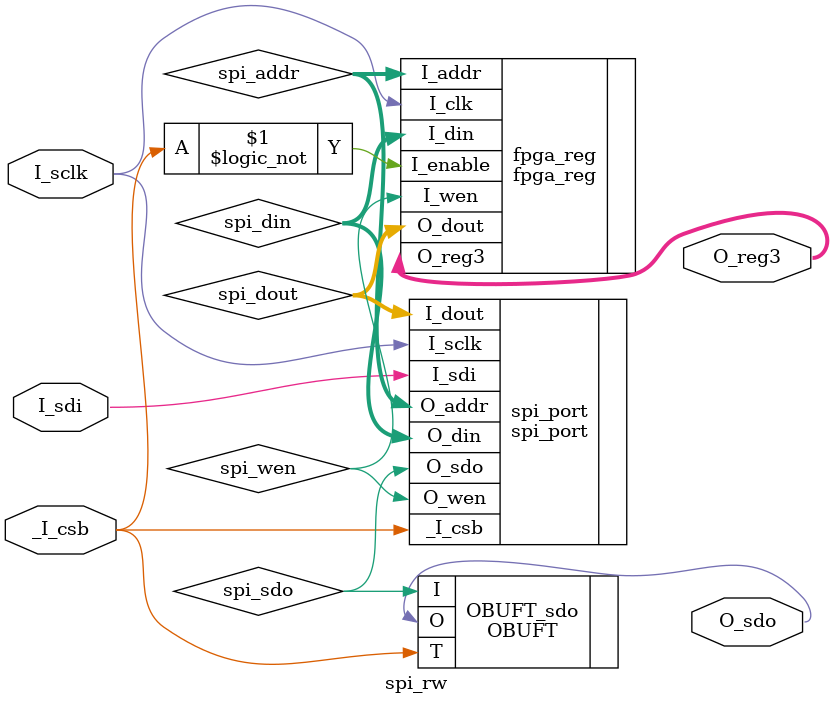
<source format=v>
`timescale 1ns / 1ps
module spi_rw
(
	//			------- SPI inputs -------
	//
	input I_sclk,						// Serial data clock
	input _I_csb,						// Chip select - active low
	input I_sdi,						// Serial data input
	//
	//			------- SPI outputs -------
	//
	output O_sdo,					// Serial data output
	output [7:0] O_reg3			// Registered output
	//
);

localparam integer SPI_ADDR_SIZE = 8;		// Size of SPI address
localparam integer SPI_DATA_SIZE = 8;		// Size of SPI data

wire [SPI_ADDR_SIZE - 1:0] spi_addr;		// Deserialized SPI address
wire [SPI_DATA_SIZE - 1:0] spi_din;			// Deserialized SPI input data
wire [SPI_DATA_SIZE - 1:0] spi_dout;		// Deserialized SPI output data

wire spi_sdo;			// SPI serial data output
wire spi_wen;			// SPI register write enable

// Instantiate tri-state output buffer for SDO.
OBUFT OBUFT_sdo
(
	.O(O_sdo),		// Buffer output (connect directly to top-level port)
	.I(spi_sdo), 	// Buffer input
	.T(_I_csb) 		// 3-state enable input
);

// Instantiate SPI port.
spi_port #
(
	.ADDR_SIZE(SPI_ADDR_SIZE)		// Address size ([1, 13] for current standard)
)
spi_port
(
	.I_sclk(I_sclk),					// Serial data clock
	._I_csb(_I_csb),					// Active low chip select
	.I_sdi(I_sdi),						// Serial data input
	.I_dout(spi_dout),				// Parallel data output (input to be encoded into O_sdo)
	.O_sdo(spi_sdo),					// Serial data output
	.O_wen(spi_wen),					// Write enable for parallel data input
	.O_addr(spi_addr),				// Decoded address
	.O_din(spi_din)					// Parallel data input (output decoded from I_sdi)
);

// Instantiate FPGA programming registers.
fpga_reg fpga_reg
(
	.I_clk(I_sclk),					// Master clock
	.I_enable(!_I_csb),				// Enable for memory access
	.I_wen(spi_wen),					// Register write enable
	.I_addr(spi_addr),				// Input read/write address
	.I_din(spi_din),					// Input data
	.O_dout(spi_dout),				// Output data
	.O_reg3(O_reg3)					// Registered output data
);

endmodule

</source>
